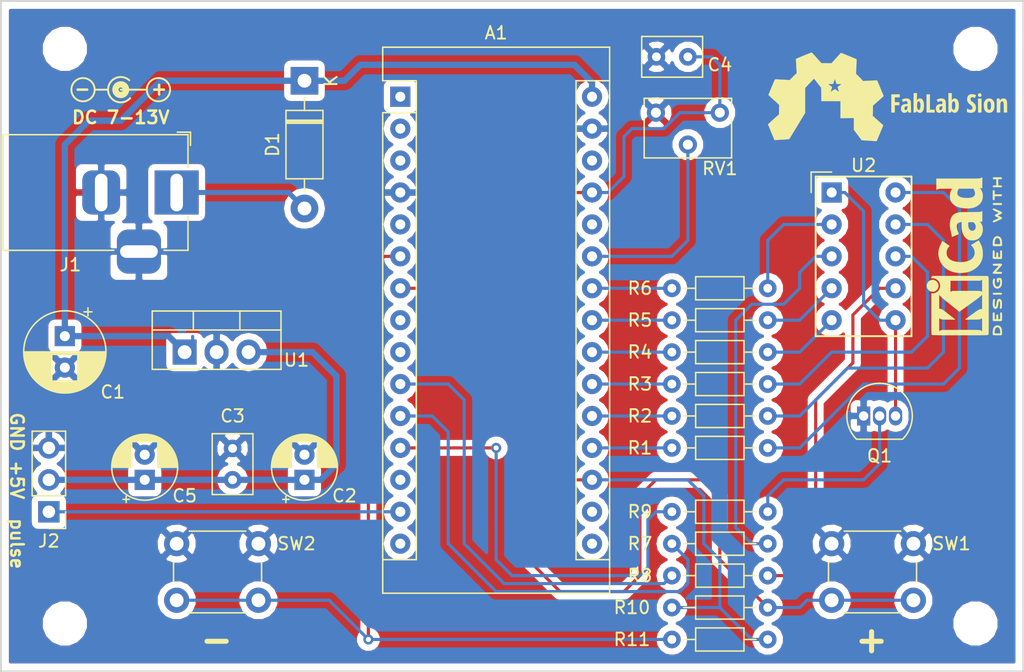
<source format=kicad_pcb>
(kicad_pcb (version 20171130) (host pcbnew "(5.0.1-3-g963ef8bb5)")
  (layers (0 F.Cu signal hide) (31 B.Cu signal) (34 B.Paste user) (35 F.Paste user) (36 B.SilkS user) (37 F.SilkS user) (38 B.Mask user) (39 F.Mask user) (44 Edge.Cuts user))
  (net 0 "")
  (net 1 GNDD)
  (net 2 "Net-(D1-Pad2)")
  (net 3 "Net-(A1-Pad14)")
  (net 4 "Net-(A1-Pad19)")
  (net 5 "Net-(R1-Pad1)")
  (net 6 "Net-(R2-Pad1)")
  (net 7 "Net-(A1-Pad20)")
  (net 8 "Net-(A1-Pad21)")
  (net 9 "Net-(R3-Pad1)")
  (net 10 "Net-(R4-Pad1)")
  (net 11 "Net-(A1-Pad22)")
  (net 12 "Net-(A1-Pad23)")
  (net 13 "Net-(R5-Pad1)")
  (net 14 "Net-(R6-Pad1)")
  (net 15 "Net-(A1-Pad24)")
  (net 16 "Net-(A1-Pad11)")
  (net 17 "Net-(R7-Pad1)")
  (net 18 "Net-(R8-Pad1)")
  (net 19 "Net-(A1-Pad10)")
  (net 20 "Net-(A1-Pad12)")
  (net 21 "Net-(Q1-Pad2)")
  (net 22 "Net-(A1-Pad18)")
  (net 23 "Net-(A1-Pad25)")
  (net 24 "Net-(A1-Pad7)")
  (net 25 "Net-(A1-Pad6)")
  (net 26 "Net-(A1-Pad1)")
  (net 27 "Net-(A1-Pad17)")
  (net 28 "Net-(A1-Pad2)")
  (net 29 "Net-(A1-Pad3)")
  (net 30 "Net-(A1-Pad5)")
  (net 31 "Net-(A1-Pad8)")
  (net 32 "Net-(A1-Pad9)")
  (net 33 "Net-(A1-Pad26)")
  (net 34 "Net-(A1-Pad28)")
  (net 35 "Net-(A1-Pad13)")
  (net 36 "Net-(A1-Pad15)")
  (net 37 "Net-(A1-Pad16)")
  (net 38 "Net-(Q1-Pad3)")
  (net 39 /10V)
  (net 40 +5V)
  (module Connector_BarrelJack:BarrelJack_Horizontal (layer F.Cu) (at 99.06 87.63)
    (fp_text reference J1 (at -8.45 5.75) (layer F.SilkS))
    (fp_text value Barrel_Jack_Switch)
    (pad 1 thru_hole rect (at 0 0) (size 3.5 3.5) (drill oval 1 3) (layers *.Cu *.Mask) (net 2 "Net-(D1-Pad2)"))
    (pad 2 thru_hole roundrect (at -6 0) (size 3 3.5) (drill oval 1 3) (layers *.Cu *.Mask) (net 1 GNDD))
    (pad 3 thru_hole roundrect (at -3 4.7) (size 3.5 3.5) (drill oval 3 1) (layers *.Cu *.Mask) (net 1 GNDD))
  )
  (module Button_Switch_THT:SW_PUSH_6mm (layer F.Cu) (at 99.06 115.57)
    (fp_text reference SW2 (at 9.525 0) (layer F.SilkS))
    (fp_text value SW_Push)
    (pad 1 thru_hole circle (at 6.5 0 90) (size 2 2) (drill 1.1) (layers *.Cu *.Mask) (net 1 GNDD))
    (pad 2 thru_hole circle (at 6.5 4.5 90) (size 2 2) (drill 1.1) (layers *.Cu *.Mask) (net 25 "Net-(A1-Pad6)"))
    (pad 1 thru_hole circle (at 0 0 90) (size 2 2) (drill 1.1) (layers *.Cu *.Mask) (net 1 GNDD))
    (pad 2 thru_hole circle (at 0 4.5 90) (size 2 2) (drill 1.1) (layers *.Cu *.Mask) (net 25 "Net-(A1-Pad6)"))
  )
  (module Module:Arduino_Nano (layer F.Cu) (at 116.84 80.01)
    (fp_text reference A1 (at 7.62 -5.08) (layer F.SilkS))
    (fp_text value Arduino_Nano_v3.x)
    (pad 1 thru_hole rect (at 0 0) (size 1.6 1.6) (drill 0.8) (layers *.Cu *.Mask) (net 26 "Net-(A1-Pad1)"))
    (pad 17 thru_hole oval (at 15.24 33.02) (size 1.6 1.6) (drill 0.8) (layers *.Cu *.Mask) (net 27 "Net-(A1-Pad17)"))
    (pad 2 thru_hole oval (at 0 2.54) (size 1.6 1.6) (drill 0.8) (layers *.Cu *.Mask) (net 28 "Net-(A1-Pad2)"))
    (pad 18 thru_hole oval (at 15.24 30.48) (size 1.6 1.6) (drill 0.8) (layers *.Cu *.Mask) (net 22 "Net-(A1-Pad18)"))
    (pad 3 thru_hole oval (at 0 5.08) (size 1.6 1.6) (drill 0.8) (layers *.Cu *.Mask) (net 29 "Net-(A1-Pad3)"))
    (pad 19 thru_hole oval (at 15.24 27.94) (size 1.6 1.6) (drill 0.8) (layers *.Cu *.Mask) (net 4 "Net-(A1-Pad19)"))
    (pad 4 thru_hole oval (at 0 7.62) (size 1.6 1.6) (drill 0.8) (layers *.Cu *.Mask) (net 1 GNDD))
    (pad 20 thru_hole oval (at 15.24 25.4) (size 1.6 1.6) (drill 0.8) (layers *.Cu *.Mask) (net 7 "Net-(A1-Pad20)"))
    (pad 5 thru_hole oval (at 0 10.16) (size 1.6 1.6) (drill 0.8) (layers *.Cu *.Mask) (net 30 "Net-(A1-Pad5)"))
    (pad 21 thru_hole oval (at 15.24 22.86) (size 1.6 1.6) (drill 0.8) (layers *.Cu *.Mask) (net 8 "Net-(A1-Pad21)"))
    (pad 6 thru_hole oval (at 0 12.7) (size 1.6 1.6) (drill 0.8) (layers *.Cu *.Mask) (net 25 "Net-(A1-Pad6)"))
    (pad 22 thru_hole oval (at 15.24 20.32) (size 1.6 1.6) (drill 0.8) (layers *.Cu *.Mask) (net 11 "Net-(A1-Pad22)"))
    (pad 7 thru_hole oval (at 0 15.24) (size 1.6 1.6) (drill 0.8) (layers *.Cu *.Mask) (net 24 "Net-(A1-Pad7)"))
    (pad 23 thru_hole oval (at 15.24 17.78) (size 1.6 1.6) (drill 0.8) (layers *.Cu *.Mask) (net 12 "Net-(A1-Pad23)"))
    (pad 8 thru_hole oval (at 0 17.78) (size 1.6 1.6) (drill 0.8) (layers *.Cu *.Mask) (net 31 "Net-(A1-Pad8)"))
    (pad 24 thru_hole oval (at 15.24 15.24) (size 1.6 1.6) (drill 0.8) (layers *.Cu *.Mask) (net 15 "Net-(A1-Pad24)"))
    (pad 9 thru_hole oval (at 0 20.32) (size 1.6 1.6) (drill 0.8) (layers *.Cu *.Mask) (net 32 "Net-(A1-Pad9)"))
    (pad 25 thru_hole oval (at 15.24 12.7) (size 1.6 1.6) (drill 0.8) (layers *.Cu *.Mask) (net 23 "Net-(A1-Pad25)"))
    (pad 10 thru_hole oval (at 0 22.86) (size 1.6 1.6) (drill 0.8) (layers *.Cu *.Mask) (net 19 "Net-(A1-Pad10)"))
    (pad 26 thru_hole oval (at 15.24 10.16) (size 1.6 1.6) (drill 0.8) (layers *.Cu *.Mask) (net 33 "Net-(A1-Pad26)"))
    (pad 11 thru_hole oval (at 0 25.4) (size 1.6 1.6) (drill 0.8) (layers *.Cu *.Mask) (net 16 "Net-(A1-Pad11)"))
    (pad 27 thru_hole oval (at 15.24 7.62) (size 1.6 1.6) (drill 0.8) (layers *.Cu *.Mask) (net 22 "Net-(A1-Pad18)"))
    (pad 12 thru_hole oval (at 0 27.94) (size 1.6 1.6) (drill 0.8) (layers *.Cu *.Mask) (net 20 "Net-(A1-Pad12)"))
    (pad 28 thru_hole oval (at 15.24 5.08) (size 1.6 1.6) (drill 0.8) (layers *.Cu *.Mask) (net 34 "Net-(A1-Pad28)"))
    (pad 13 thru_hole oval (at 0 30.48) (size 1.6 1.6) (drill 0.8) (layers *.Cu *.Mask) (net 35 "Net-(A1-Pad13)"))
    (pad 29 thru_hole oval (at 15.24 2.54) (size 1.6 1.6) (drill 0.8) (layers *.Cu *.Mask) (net 1 GNDD))
    (pad 14 thru_hole oval (at 0 33.02) (size 1.6 1.6) (drill 0.8) (layers *.Cu *.Mask) (net 3 "Net-(A1-Pad14)"))
    (pad 30 thru_hole oval (at 15.24 0) (size 1.6 1.6) (drill 0.8) (layers *.Cu *.Mask) (net 39 /10V))
    (pad 15 thru_hole oval (at 0 35.56) (size 1.6 1.6) (drill 0.8) (layers *.Cu *.Mask) (net 36 "Net-(A1-Pad15)"))
    (pad 16 thru_hole oval (at 15.24 35.56) (size 1.6 1.6) (drill 0.8) (layers *.Cu *.Mask) (net 37 "Net-(A1-Pad16)"))
  )
  (module Diode_THT:D_DO-41_SOD81_P10.16mm_Horizontal (layer F.Cu) (at 109.22 78.74 270)
    (fp_text reference D1 (at 5.08 2.54 270) (layer F.SilkS))
    (fp_text value 1N5818)
    (fp_text user K (at 0 -2.1 270) (layer F.SilkS))
    (pad 1 thru_hole rect (at 0 0 270) (size 2.2 2.2) (drill 1.1) (layers *.Cu *.Mask) (net 39 /10V))
    (pad 2 thru_hole oval (at 10.16 0 270) (size 2.2 2.2) (drill 1.1) (layers *.Cu *.Mask) (net 2 "Net-(D1-Pad2)"))
  )
  (module Package_TO_SOT_THT:TO-92_Inline (layer F.Cu) (at 153.67 105.41)
    (fp_text reference Q1 (at 1.27 3.175) (layer F.SilkS))
    (fp_text value 2N3904)
    (pad 2 thru_hole oval (at 1.27 0) (size 1.05 1.5) (drill 0.75) (layers *.Cu *.Mask) (net 21 "Net-(Q1-Pad2)"))
    (pad 3 thru_hole oval (at 2.54 0) (size 1.05 1.5) (drill 0.75) (layers *.Cu *.Mask) (net 38 "Net-(Q1-Pad3)"))
    (pad 1 thru_hole rect (at 0 0) (size 1.05 1.5) (drill 0.75) (layers *.Cu *.Mask) (net 1 GNDD))
  )
  (module Package_TO_SOT_THT:TO-220-3_Vertical (layer F.Cu) (at 99.695 100.33)
    (fp_text reference U1 (at 8.89 0.635) (layer F.SilkS))
    (fp_text value LM7805_TO220)
    (pad 1 thru_hole rect (at 0 0) (size 1.905 2) (drill 1.1) (layers *.Cu *.Mask) (net 39 /10V))
    (pad 2 thru_hole oval (at 2.54 0) (size 1.905 2) (drill 1.1) (layers *.Cu *.Mask) (net 1 GNDD))
    (pad 3 thru_hole oval (at 5.08 0) (size 1.905 2) (drill 1.1) (layers *.Cu *.Mask) (net 40 +5V))
  )
  (module Display_7Segment:HDSP-7801 (layer F.Cu) (at 151.13 87.63)
    (fp_text reference U2 (at 2.54 -2.159) (layer F.SilkS))
    (fp_text value HDSP-7803)
    (pad 1 thru_hole rect (at 0 0) (size 1.6 1.6) (drill 0.8) (layers *.Cu *.Mask) (net 38 "Net-(Q1-Pad3)"))
    (pad 2 thru_hole circle (at 0 2.54) (size 1.6 1.6) (drill 0.8) (layers *.Cu *.Mask) (net 14 "Net-(R6-Pad1)"))
    (pad 3 thru_hole circle (at 0 5.08) (size 1.6 1.6) (drill 0.8) (layers *.Cu *.Mask) (net 17 "Net-(R7-Pad1)"))
    (pad 4 thru_hole circle (at 0 7.62) (size 1.6 1.6) (drill 0.8) (layers *.Cu *.Mask) (net 13 "Net-(R5-Pad1)"))
    (pad 5 thru_hole circle (at 0 10.16) (size 1.6 1.6) (drill 0.8) (layers *.Cu *.Mask) (net 10 "Net-(R4-Pad1)"))
    (pad 6 thru_hole circle (at 5.08 10.16) (size 1.6 1.6) (drill 0.8) (layers *.Cu *.Mask) (net 38 "Net-(Q1-Pad3)"))
    (pad 7 thru_hole circle (at 5.08 7.62) (size 1.6 1.6) (drill 0.8) (layers *.Cu *.Mask) (net 18 "Net-(R8-Pad1)"))
    (pad 8 thru_hole circle (at 5.08 5.08) (size 1.6 1.6) (drill 0.8) (layers *.Cu *.Mask) (net 9 "Net-(R3-Pad1)"))
    (pad 9 thru_hole circle (at 5.08 2.54) (size 1.6 1.6) (drill 0.8) (layers *.Cu *.Mask) (net 6 "Net-(R2-Pad1)"))
    (pad 10 thru_hole circle (at 5.08 0) (size 1.6 1.6) (drill 0.8) (layers *.Cu *.Mask) (net 5 "Net-(R1-Pad1)"))
  )
  (module Resistor_THT:R_Axial_DIN0204_L3.6mm_D1.6mm_P7.62mm_Horizontal (layer F.Cu) (at 138.43 120.65)
    (fp_text reference R10 (at -3.175 0) (layer F.SilkS))
    (fp_text value R)
    (pad 1 thru_hole circle (at 0 0) (size 1.4 1.4) (drill 0.7) (layers *.Cu *.Mask) (net 22 "Net-(A1-Pad18)"))
    (pad 2 thru_hole oval (at 7.62 0) (size 1.4 1.4) (drill 0.7) (layers *.Cu *.Mask) (net 24 "Net-(A1-Pad7)"))
  )
  (module Resistor_THT:R_Axial_DIN0204_L3.6mm_D1.6mm_P7.62mm_Horizontal (layer F.Cu) (at 146.05 123.19 180)
    (fp_text reference R11 (at 10.795 0 180) (layer F.SilkS))
    (fp_text value R)
    (pad 2 thru_hole oval (at 7.62 0 180) (size 1.4 1.4) (drill 0.7) (layers *.Cu *.Mask) (net 25 "Net-(A1-Pad6)"))
    (pad 1 thru_hole circle (at 0 0 180) (size 1.4 1.4) (drill 0.7) (layers *.Cu *.Mask) (net 22 "Net-(A1-Pad18)"))
  )
  (module Mounting_Holes:MountingHole_2.5mm (layer F.Cu) (at 90.17 76.2)
    (fp_text reference H1 hide)
    (fp_text value MountingHole)
    (pad 1 np_thru_hole circle (at 0 0) (size 2.5 2.5) (drill 2.5) (layers *.Cu *.Mask))
  )
  (module Mounting_Holes:MountingHole_2.5mm (layer F.Cu) (at 162.56 76.2)
    (fp_text reference H2 hide)
    (fp_text value MountingHole)
    (pad 1 np_thru_hole circle (at 0 0) (size 2.5 2.5) (drill 2.5) (layers *.Cu *.Mask))
  )
  (module Mounting_Holes:MountingHole_2.5mm (layer F.Cu) (at 90.17 121.92)
    (fp_text reference H3 hide)
    (fp_text value MountingHole)
    (pad 1 np_thru_hole circle (at 0 0) (size 2.5 2.5) (drill 2.5) (layers *.Cu *.Mask))
  )
  (module Mounting_Holes:MountingHole_2.5mm (layer F.Cu) (at 162.56 121.92)
    (fp_text reference H4 hide)
    (fp_text value MountingHole)
    (pad 1 np_thru_hole circle (at 0 0) (size 2.5 2.5) (drill 2.5) (layers *.Cu *.Mask))
  )
  (module Resistor_THT:R_Axial_DIN0204_L3.6mm_D1.6mm_P7.62mm_Horizontal (layer F.Cu) (at 146.05 107.95 180)
    (fp_text reference R1 (at 10.16 0 180) (layer F.SilkS))
    (fp_text value 200)
    (pad 1 thru_hole circle (at 0 0 180) (size 1.4 1.4) (drill 0.7) (layers *.Cu *.Mask) (net 5 "Net-(R1-Pad1)"))
    (pad 2 thru_hole oval (at 7.62 0 180) (size 1.4 1.4) (drill 0.7) (layers *.Cu *.Mask) (net 4 "Net-(A1-Pad19)"))
  )
  (module Resistor_THT:R_Axial_DIN0204_L3.6mm_D1.6mm_P7.62mm_Horizontal (layer F.Cu) (at 146.05 105.41 180)
    (fp_text reference R2 (at 10.16 0 180) (layer F.SilkS))
    (fp_text value 200)
    (pad 2 thru_hole oval (at 7.62 0 180) (size 1.4 1.4) (drill 0.7) (layers *.Cu *.Mask) (net 7 "Net-(A1-Pad20)"))
    (pad 1 thru_hole circle (at 0 0 180) (size 1.4 1.4) (drill 0.7) (layers *.Cu *.Mask) (net 6 "Net-(R2-Pad1)"))
  )
  (module Resistor_THT:R_Axial_DIN0204_L3.6mm_D1.6mm_P7.62mm_Horizontal (layer F.Cu) (at 146.05 102.87 180)
    (fp_text reference R3 (at 10.16 0 180) (layer F.SilkS))
    (fp_text value 200)
    (pad 1 thru_hole circle (at 0 0 180) (size 1.4 1.4) (drill 0.7) (layers *.Cu *.Mask) (net 9 "Net-(R3-Pad1)"))
    (pad 2 thru_hole oval (at 7.62 0 180) (size 1.4 1.4) (drill 0.7) (layers *.Cu *.Mask) (net 8 "Net-(A1-Pad21)"))
  )
  (module Resistor_THT:R_Axial_DIN0204_L3.6mm_D1.6mm_P7.62mm_Horizontal (layer F.Cu) (at 146.05 100.33 180)
    (fp_text reference R4 (at 10.16 0 180) (layer F.SilkS))
    (fp_text value 200)
    (pad 2 thru_hole oval (at 7.62 0 180) (size 1.4 1.4) (drill 0.7) (layers *.Cu *.Mask) (net 11 "Net-(A1-Pad22)"))
    (pad 1 thru_hole circle (at 0 0 180) (size 1.4 1.4) (drill 0.7) (layers *.Cu *.Mask) (net 10 "Net-(R4-Pad1)"))
  )
  (module Resistor_THT:R_Axial_DIN0204_L3.6mm_D1.6mm_P7.62mm_Horizontal (layer F.Cu) (at 146.05 97.79 180)
    (fp_text reference R5 (at 10.16 0 180) (layer F.SilkS))
    (fp_text value 200)
    (pad 1 thru_hole circle (at 0 0 180) (size 1.4 1.4) (drill 0.7) (layers *.Cu *.Mask) (net 13 "Net-(R5-Pad1)"))
    (pad 2 thru_hole oval (at 7.62 0 180) (size 1.4 1.4) (drill 0.7) (layers *.Cu *.Mask) (net 12 "Net-(A1-Pad23)"))
  )
  (module Resistor_THT:R_Axial_DIN0204_L3.6mm_D1.6mm_P7.62mm_Horizontal (layer F.Cu) (at 146.05 95.25 180)
    (fp_text reference R6 (at 10.16 0 180) (layer F.SilkS))
    (fp_text value 200)
    (pad 2 thru_hole oval (at 7.62 0 180) (size 1.4 1.4) (drill 0.7) (layers *.Cu *.Mask) (net 15 "Net-(A1-Pad24)"))
    (pad 1 thru_hole circle (at 0 0 180) (size 1.4 1.4) (drill 0.7) (layers *.Cu *.Mask) (net 14 "Net-(R6-Pad1)"))
  )
  (module Resistor_THT:R_Axial_DIN0204_L3.6mm_D1.6mm_P7.62mm_Horizontal (layer F.Cu) (at 146.05 115.57 180)
    (fp_text reference R7 (at 10.16 0 180) (layer F.SilkS))
    (fp_text value 200)
    (pad 1 thru_hole circle (at 0 0 180) (size 1.4 1.4) (drill 0.7) (layers *.Cu *.Mask) (net 17 "Net-(R7-Pad1)"))
    (pad 2 thru_hole oval (at 7.62 0 180) (size 1.4 1.4) (drill 0.7) (layers *.Cu *.Mask) (net 16 "Net-(A1-Pad11)"))
  )
  (module Resistor_THT:R_Axial_DIN0204_L3.6mm_D1.6mm_P7.62mm_Horizontal (layer F.Cu) (at 146.05 118.11 180)
    (fp_text reference R8 (at 10.16 0 180) (layer F.SilkS))
    (fp_text value 200)
    (pad 2 thru_hole oval (at 7.62 0 180) (size 1.4 1.4) (drill 0.7) (layers *.Cu *.Mask) (net 19 "Net-(A1-Pad10)"))
    (pad 1 thru_hole circle (at 0 0 180) (size 1.4 1.4) (drill 0.7) (layers *.Cu *.Mask) (net 18 "Net-(R8-Pad1)"))
  )
  (module Resistor_THT:R_Axial_DIN0204_L3.6mm_D1.6mm_P7.62mm_Horizontal (layer F.Cu) (at 146.05 113.03 180)
    (fp_text reference R9 (at 10.16 0 180) (layer F.SilkS))
    (fp_text value 1k)
    (pad 1 thru_hole circle (at 0 0 180) (size 1.4 1.4) (drill 0.7) (layers *.Cu *.Mask) (net 21 "Net-(Q1-Pad2)"))
    (pad 2 thru_hole oval (at 7.62 0 180) (size 1.4 1.4) (drill 0.7) (layers *.Cu *.Mask) (net 20 "Net-(A1-Pad12)"))
  )
  (module Button_Switch_THT:SW_PUSH_6mm (layer F.Cu) (at 151.13 115.57)
    (fp_text reference SW1 (at 9.525 0) (layer F.SilkS))
    (fp_text value SW_Push)
    (pad 2 thru_hole circle (at 0 4.5 90) (size 2 2) (drill 1.1) (layers *.Cu *.Mask) (net 24 "Net-(A1-Pad7)"))
    (pad 1 thru_hole circle (at 0 0 90) (size 2 2) (drill 1.1) (layers *.Cu *.Mask) (net 1 GNDD))
    (pad 2 thru_hole circle (at 6.5 4.5 90) (size 2 2) (drill 1.1) (layers *.Cu *.Mask) (net 24 "Net-(A1-Pad7)"))
    (pad 1 thru_hole circle (at 6.5 0 90) (size 2 2) (drill 1.1) (layers *.Cu *.Mask) (net 1 GNDD))
  )
  (module Connector_PinHeader_2.54mm:PinHeader_1x03_P2.54mm_Vertical (layer F.Cu) (at 88.9 113.03 180)
    (fp_text reference J2 (at 0 -2.33 180) (layer F.SilkS))
    (fp_text value Conn_01x03_Male)
    (pad 1 thru_hole rect (at 0 0 180) (size 1.7 1.7) (drill 1) (layers *.Cu *.Mask) (net 3 "Net-(A1-Pad14)"))
    (pad 2 thru_hole oval (at 0 2.54 180) (size 1.7 1.7) (drill 1) (layers *.Cu *.Mask) (net 40 +5V))
    (pad 3 thru_hole oval (at 0 5.08 180) (size 1.7 1.7) (drill 1) (layers *.Cu *.Mask) (net 1 GNDD))
  )
  (module Potentiometer_THT:Potentiometer_Bourns_3266W_Vertical (layer F.Cu) (at 142.24 81.28)
    (fp_text reference RV1 (at 0 4.445) (layer F.SilkS))
    (fp_text value R_POT)
    (pad 1 thru_hole circle (at 0 0) (size 1.44 1.44) (drill 0.8) (layers *.Cu *.Mask) (net 22 "Net-(A1-Pad18)"))
    (pad 2 thru_hole circle (at -2.54 2.54) (size 1.44 1.44) (drill 0.8) (layers *.Cu *.Mask) (net 23 "Net-(A1-Pad25)"))
    (pad 3 thru_hole circle (at -5.08 0) (size 1.44 1.44) (drill 0.8) (layers *.Cu *.Mask) (net 1 GNDD))
  )
  (module Capacitor_THT:CP_Radial_D6.3mm_P2.50mm (layer F.Cu) (at 90.17 99.06 270)
    (fp_text reference C1 (at 4.445 -3.81) (layer F.SilkS))
    (fp_text value 100u)
    (pad 1 thru_hole rect (at 0 0 270) (size 1.6 1.6) (drill 0.8) (layers *.Cu *.Mask) (net 39 /10V))
    (pad 2 thru_hole circle (at 2.5 0 270) (size 1.6 1.6) (drill 0.8) (layers *.Cu *.Mask) (net 1 GNDD))
  )
  (module Capacitor_THT:CP_Radial_D5.0mm_P2.00mm (layer F.Cu) (at 109.22 110.49 90)
    (fp_text reference C2 (at -1.27 3.175 180) (layer F.SilkS))
    (fp_text value 10u)
    (pad 1 thru_hole rect (at 0 0 90) (size 1.6 1.6) (drill 0.8) (layers *.Cu *.Mask) (net 40 +5V))
    (pad 2 thru_hole circle (at 2 0 90) (size 1.6 1.6) (drill 0.8) (layers *.Cu *.Mask) (net 1 GNDD))
  )
  (module Capacitor_THT:C_Rect_L4.6mm_W3.0mm_P2.50mm_MKS02_FKP02 (layer F.Cu) (at 103.505 110.49 90)
    (fp_text reference C3 (at 5.08 0 180) (layer F.SilkS))
    (fp_text value 100n)
    (pad 1 thru_hole circle (at 0 0 90) (size 1.4 1.4) (drill 0.7) (layers *.Cu *.Mask) (net 40 +5V))
    (pad 2 thru_hole circle (at 2.5 0 90) (size 1.4 1.4) (drill 0.7) (layers *.Cu *.Mask) (net 1 GNDD))
  )
  (module Capacitor_THT:C_Rect_L4.6mm_W3.0mm_P2.50mm_MKS02_FKP02 (layer F.Cu) (at 139.7 76.835 180)
    (fp_text reference C4 (at -2.54 -0.635 180) (layer F.SilkS))
    (fp_text value 100n)
    (pad 2 thru_hole circle (at 2.5 0 180) (size 1.4 1.4) (drill 0.7) (layers *.Cu *.Mask) (net 1 GNDD))
    (pad 1 thru_hole circle (at 0 0 180) (size 1.4 1.4) (drill 0.7) (layers *.Cu *.Mask) (net 22 "Net-(A1-Pad18)"))
  )
  (module Capacitor_THT:CP_Radial_D5.0mm_P2.00mm (layer F.Cu) (at 96.52 110.49 90)
    (fp_text reference C5 (at -1.27 3.175 180) (layer F.SilkS))
    (fp_text value 47u)
    (pad 2 thru_hole circle (at 2 0 90) (size 1.6 1.6) (drill 0.8) (layers *.Cu *.Mask) (net 1 GNDD))
    (pad 1 thru_hole rect (at 0 0 90) (size 1.6 1.6) (drill 0.8) (layers *.Cu *.Mask) (net 40 +5V))
  )
  (module Digipict:logo_fablabsion (layer F.Cu) (at 155.575 80.01)
    (fp_text reference G*** hide)
    (fp_text value LOGO hide)
  )
  (module Symbols:Symbol_Barrel_Polarity (layer F.Cu) (at 94.615 79.375)
    (fp_text reference REF** hide)
    (fp_text value Symbol_Barrel_Polarity)
  )
  (module Symbols:KiCad-Logo2_6mm_SilkScreen (layer F.Cu) (at 161.671 92.71 90)
    (fp_text reference REF*** hide)
    (fp_text value KiCad-Logo2_6mm_SilkScreen hide)
  )
  (gr_text "DC 7-13V" (at 94.615 81.661) (layer F.SilkS) (effects (font (size 1 1) (thickness 0.2))))
  (gr_text - (at 91.567 79.375) (layer F.SilkS) (effects (font (size 1 1) (thickness 0.2))))
  (gr_text + (at 97.663 79.375) (layer F.SilkS) (effects (font (size 1 1) (thickness 0.2))))
  (gr_text + (at 154.305 123.19) (layer F.SilkS) (effects (font (size 2 2) (thickness 0.4))))
  (gr_text - (at 102.235 123.19) (layer F.SilkS) (effects (font (size 2 2) (thickness 0.4))))
  (gr_text pulse (at 86.36 115.57 270) (layer F.SilkS) (effects (font (size 1 1) (thickness 0.2))))
  (gr_text +5V (at 86.36 110.49 270) (layer F.SilkS) (effects (font (size 1 1) (thickness 0.2))))
  (gr_text "GND\n" (at 86.36 106.68 270) (layer F.SilkS) (effects (font (size 1 1) (thickness 0.2))))
  (gr_line (start 166.37 72.39) (end 85.09 72.39) (layer Edge.Cuts) (width 0.15))
  (gr_line (start 166.37 125.73) (end 166.37 72.39) (layer Edge.Cuts) (width 0.15))
  (gr_line (start 85.09 125.73) (end 166.37 125.73) (layer Edge.Cuts) (width 0.15))
  (gr_line (start 85.09 72.39) (end 85.09 125.73) (layer Edge.Cuts) (width 0.15))
  (segment (start 96.06 90.33) (end 96.06 92.33) (width 0.25) (layer B.Cu) (net 1))
  (segment (start 96.06 92.33) (end 98.06 92.33) (width 0.25) (layer B.Cu) (net 1))
  (segment (start 116.84 87.63) (end 120.65 87.63) (width 0.25) (layer B.Cu) (net 1))
  (segment (start 125.73 82.55) (end 132.08 82.55) (width 0.25) (layer B.Cu) (net 1))
  (segment (start 120.65 87.63) (end 125.73 82.55) (width 0.25) (layer B.Cu) (net 1))
  (segment (start 107.95 87.63) (end 109.22 88.9) (width 0.4) (layer B.Cu) (net 2))
  (segment (start 99.06 87.63) (end 107.95 87.63) (width 0.4) (layer B.Cu) (net 2))
  (segment (start 114.3 113.03) (end 116.84 113.03) (width 0.25) (layer B.Cu) (net 3))
  (segment (start 114.3 113.03) (end 88.9 113.03) (width 0.25) (layer B.Cu) (net 3))
  (segment (start 132.08 107.95) (end 138.43 107.95) (width 0.25) (layer B.Cu) (net 4))
  (segment (start 146.05 107.95) (end 148.59 107.95) (width 0.25) (layer B.Cu) (net 5))
  (segment (start 148.59 107.95) (end 153.67 102.87) (width 0.25) (layer B.Cu) (net 5))
  (segment (start 153.67 102.87) (end 160.02 102.87) (width 0.25) (layer B.Cu) (net 5))
  (segment (start 160.02 102.87) (end 161.29 101.6) (width 0.25) (layer B.Cu) (net 5))
  (segment (start 161.29 101.6) (end 161.29 88.9) (width 0.25) (layer B.Cu) (net 5))
  (segment (start 161.29 88.9) (end 160.02 87.63) (width 0.25) (layer B.Cu) (net 5))
  (segment (start 160.02 87.63) (end 156.21 87.63) (width 0.25) (layer B.Cu) (net 5))
  (segment (start 146.05 105.41) (end 148.59 105.41) (width 0.25) (layer B.Cu) (net 6))
  (segment (start 148.59 105.41) (end 152.4 101.6) (width 0.25) (layer B.Cu) (net 6))
  (segment (start 152.4 101.6) (end 158.75 101.6) (width 0.25) (layer B.Cu) (net 6))
  (segment (start 158.75 101.6) (end 160.02 100.33) (width 0.25) (layer B.Cu) (net 6))
  (segment (start 160.02 100.33) (end 160.02 91.44) (width 0.25) (layer B.Cu) (net 6))
  (segment (start 160.02 91.44) (end 158.75 90.17) (width 0.25) (layer B.Cu) (net 6))
  (segment (start 158.75 90.17) (end 156.21 90.17) (width 0.25) (layer B.Cu) (net 6))
  (segment (start 132.08 105.41) (end 138.43 105.41) (width 0.25) (layer B.Cu) (net 7))
  (segment (start 132.08 102.87) (end 138.43 102.87) (width 0.25) (layer B.Cu) (net 8))
  (segment (start 157.48 92.71) (end 156.21 92.71) (width 0.25) (layer B.Cu) (net 9))
  (segment (start 158.75 93.98) (end 157.48 92.71) (width 0.25) (layer B.Cu) (net 9))
  (segment (start 157.48 100.33) (end 158.75 99.06) (width 0.25) (layer B.Cu) (net 9))
  (segment (start 151.13 100.33) (end 157.48 100.33) (width 0.25) (layer B.Cu) (net 9))
  (segment (start 148.59 102.87) (end 151.13 100.33) (width 0.25) (layer B.Cu) (net 9))
  (segment (start 158.75 99.06) (end 158.75 93.98) (width 0.25) (layer B.Cu) (net 9))
  (segment (start 146.05 102.87) (end 148.59 102.87) (width 0.25) (layer B.Cu) (net 9))
  (segment (start 146.05 100.33) (end 148.59 100.33) (width 0.25) (layer B.Cu) (net 10))
  (segment (start 148.59 100.33) (end 149.86 99.06) (width 0.25) (layer B.Cu) (net 10))
  (segment (start 149.86 99.06) (end 151.13 97.79) (width 0.25) (layer B.Cu) (net 10))
  (segment (start 132.08 100.33) (end 138.43 100.33) (width 0.25) (layer B.Cu) (net 11))
  (segment (start 132.08 97.79) (end 138.43 97.79) (width 0.25) (layer B.Cu) (net 12))
  (segment (start 146.05 97.79) (end 148.59 97.79) (width 0.25) (layer B.Cu) (net 13))
  (segment (start 148.59 97.79) (end 151.13 95.25) (width 0.25) (layer B.Cu) (net 13))
  (segment (start 151.13 90.17) (end 147.32 90.17) (width 0.25) (layer B.Cu) (net 14))
  (segment (start 146.05 91.44) (end 146.05 95.25) (width 0.25) (layer B.Cu) (net 14))
  (segment (start 147.32 90.17) (end 146.05 91.44) (width 0.25) (layer B.Cu) (net 14))
  (segment (start 132.08 95.25) (end 138.43 95.25) (width 0.25) (layer B.Cu) (net 15))
  (segment (start 120.65 115.57) (end 120.65 106.68) (width 0.25) (layer B.Cu) (net 16))
  (segment (start 124.46 119.38) (end 120.65 115.57) (width 0.25) (layer B.Cu) (net 16))
  (segment (start 120.65 106.68) (end 119.38 105.41) (width 0.25) (layer B.Cu) (net 16))
  (segment (start 119.38 105.41) (end 116.84 105.41) (width 0.25) (layer B.Cu) (net 16))
  (segment (start 139.065 119.38) (end 139.7 118.745) (width 0.25) (layer B.Cu) (net 16))
  (segment (start 139.065 119.38) (end 124.46 119.38) (width 0.25) (layer B.Cu) (net 16))
  (segment (start 139.7 118.745) (end 139.7 116.84) (width 0.25) (layer B.Cu) (net 16))
  (segment (start 139.7 116.84) (end 138.43 115.57) (width 0.25) (layer B.Cu) (net 16))
  (segment (start 151.13 92.71) (end 149.86 92.71) (width 0.25) (layer B.Cu) (net 17))
  (segment (start 149.86 92.71) (end 148.59 93.98) (width 0.25) (layer B.Cu) (net 17))
  (segment (start 148.59 93.98) (end 148.59 95.25) (width 0.25) (layer B.Cu) (net 17))
  (segment (start 148.59 95.25) (end 147.32 96.52) (width 0.25) (layer B.Cu) (net 17))
  (segment (start 147.32 96.52) (end 144.78 96.52) (width 0.25) (layer B.Cu) (net 17))
  (segment (start 144.78 96.52) (end 143.51 97.79) (width 0.25) (layer B.Cu) (net 17))
  (segment (start 143.51 97.79) (end 143.51 114.3) (width 0.25) (layer B.Cu) (net 17))
  (segment (start 144.78 115.57) (end 146.05 115.57) (width 0.25) (layer B.Cu) (net 17))
  (segment (start 143.51 114.3) (end 144.78 115.57) (width 0.25) (layer B.Cu) (net 17))
  (segment (start 147.32 118.11) (end 146.05 118.11) (width 0.25) (layer F.Cu) (net 18))
  (segment (start 148.59 116.84) (end 147.32 118.11) (width 0.25) (layer F.Cu) (net 18))
  (segment (start 149.86 113.03) (end 148.59 114.3) (width 0.25) (layer F.Cu) (net 18))
  (segment (start 148.59 114.3) (end 148.59 116.84) (width 0.25) (layer F.Cu) (net 18))
  (segment (start 154.94 95.25) (end 152.819999 97.370001) (width 0.25) (layer F.Cu) (net 18))
  (segment (start 152.819999 101.180001) (end 149.86 104.14) (width 0.25) (layer F.Cu) (net 18))
  (segment (start 152.819999 97.370001) (end 152.819999 101.180001) (width 0.25) (layer F.Cu) (net 18))
  (segment (start 149.86 104.14) (end 149.86 113.03) (width 0.25) (layer F.Cu) (net 18))
  (segment (start 156.21 95.25) (end 154.94 95.25) (width 0.25) (layer F.Cu) (net 18))
  (segment (start 120.65 102.87) (end 116.84 102.87) (width 0.25) (layer B.Cu) (net 19))
  (segment (start 121.92 104.14) (end 120.65 102.87) (width 0.25) (layer B.Cu) (net 19))
  (segment (start 125.095 118.745) (end 121.92 115.57) (width 0.25) (layer B.Cu) (net 19))
  (segment (start 121.92 115.57) (end 121.92 104.14) (width 0.25) (layer B.Cu) (net 19))
  (segment (start 137.795 118.745) (end 125.095 118.745) (width 0.25) (layer B.Cu) (net 19))
  (segment (start 138.43 118.11) (end 137.795 118.745) (width 0.25) (layer B.Cu) (net 19))
  (segment (start 138.43 113.03) (end 137.16 113.03) (width 0.25) (layer B.Cu) (net 20))
  (via (at 124.46 107.95) (size 0.8) (drill 0.4) (layers F.Cu B.Cu) (net 20))
  (segment (start 124.46 114.3) (end 124.46 107.95) (width 0.25) (layer B.Cu) (net 20))
  (segment (start 124.46 107.95) (end 116.84 107.95) (width 0.25) (layer F.Cu) (net 20))
  (segment (start 136.525 113.665) (end 136.525 117.475) (width 0.25) (layer B.Cu) (net 20))
  (segment (start 137.16 113.03) (end 136.525 113.665) (width 0.25) (layer B.Cu) (net 20))
  (segment (start 136.525 117.475) (end 135.89 118.11) (width 0.25) (layer B.Cu) (net 20))
  (segment (start 135.89 118.11) (end 125.73 118.11) (width 0.25) (layer B.Cu) (net 20))
  (segment (start 125.73 118.11) (end 124.46 116.84) (width 0.25) (layer B.Cu) (net 20))
  (segment (start 124.46 116.84) (end 124.46 114.3) (width 0.25) (layer B.Cu) (net 20))
  (segment (start 154.94 105.41) (end 154.94 109.22) (width 0.25) (layer B.Cu) (net 21))
  (segment (start 154.94 109.22) (end 153.67 110.49) (width 0.25) (layer B.Cu) (net 21))
  (segment (start 153.67 110.49) (end 147.32 110.49) (width 0.25) (layer B.Cu) (net 21))
  (segment (start 147.32 110.49) (end 146.05 111.76) (width 0.25) (layer B.Cu) (net 21))
  (segment (start 146.05 111.76) (end 146.05 113.03) (width 0.25) (layer B.Cu) (net 21))
  (segment (start 142.24 120.65) (end 144.78 123.19) (width 0.25) (layer B.Cu) (net 22))
  (segment (start 144.78 123.19) (end 146.05 123.19) (width 0.25) (layer B.Cu) (net 22))
  (segment (start 132.08 110.49) (end 130.81 110.49) (width 0.25) (layer F.Cu) (net 22))
  (segment (start 130.81 110.49) (end 129.54 109.22) (width 0.25) (layer F.Cu) (net 22))
  (segment (start 129.54 109.22) (end 129.54 88.9) (width 0.25) (layer F.Cu) (net 22))
  (segment (start 129.54 88.9) (end 130.81 87.63) (width 0.25) (layer F.Cu) (net 22))
  (segment (start 130.81 87.63) (end 132.08 87.63) (width 0.25) (layer F.Cu) (net 22))
  (segment (start 133.35 87.63) (end 132.08 87.63) (width 0.25) (layer B.Cu) (net 22))
  (segment (start 134.62 86.36) (end 133.35 87.63) (width 0.25) (layer B.Cu) (net 22))
  (segment (start 142.24 81.28) (end 139.065 81.28) (width 0.25) (layer B.Cu) (net 22))
  (segment (start 135.25641 82.55) (end 134.62 83.18641) (width 0.25) (layer B.Cu) (net 22))
  (segment (start 134.62 83.18641) (end 134.62 86.36) (width 0.25) (layer B.Cu) (net 22))
  (segment (start 137.795 82.55) (end 135.25641 82.55) (width 0.25) (layer B.Cu) (net 22))
  (segment (start 139.065 81.28) (end 137.795 82.55) (width 0.25) (layer B.Cu) (net 22))
  (segment (start 142.24 120.65) (end 138.43 120.65) (width 0.25) (layer B.Cu) (net 22))
  (segment (start 140.97 115.57) (end 142.24 116.84) (width 0.25) (layer B.Cu) (net 22))
  (segment (start 140.97 111.76) (end 140.97 115.57) (width 0.25) (layer B.Cu) (net 22))
  (segment (start 142.24 116.84) (end 142.24 120.65) (width 0.25) (layer B.Cu) (net 22))
  (segment (start 139.7 110.49) (end 140.97 111.76) (width 0.25) (layer B.Cu) (net 22))
  (segment (start 132.08 110.49) (end 139.7 110.49) (width 0.25) (layer B.Cu) (net 22))
  (segment (start 139.7 76.835) (end 141.605 76.835) (width 0.25) (layer B.Cu) (net 22))
  (segment (start 141.605 76.835) (end 142.24 77.47) (width 0.25) (layer B.Cu) (net 22))
  (segment (start 142.24 77.47) (end 142.24 81.28) (width 0.25) (layer B.Cu) (net 22))
  (segment (start 139.7 91.44) (end 139.7 83.82) (width 0.25) (layer B.Cu) (net 23))
  (segment (start 132.08 92.71) (end 138.43 92.71) (width 0.25) (layer B.Cu) (net 23))
  (segment (start 138.43 92.71) (end 139.7 91.44) (width 0.25) (layer B.Cu) (net 23))
  (segment (start 151.13 120.07) (end 157.63 120.07) (width 0.25) (layer B.Cu) (net 24))
  (segment (start 151.13 120.07) (end 149.17 120.07) (width 0.25) (layer B.Cu) (net 24))
  (segment (start 148.59 120.65) (end 146.05 120.65) (width 0.25) (layer B.Cu) (net 24))
  (segment (start 149.17 120.07) (end 148.59 120.65) (width 0.25) (layer B.Cu) (net 24))
  (segment (start 146.05 120.65) (end 144.78 119.38) (width 0.25) (layer F.Cu) (net 24))
  (segment (start 129.54 119.38) (end 127 116.84) (width 0.25) (layer F.Cu) (net 24))
  (segment (start 127 116.84) (end 127 96.52) (width 0.25) (layer F.Cu) (net 24))
  (segment (start 127 96.52) (end 125.73 95.25) (width 0.25) (layer F.Cu) (net 24))
  (segment (start 125.73 95.25) (end 116.84 95.25) (width 0.25) (layer F.Cu) (net 24))
  (segment (start 144.78 119.38) (end 142.24 116.84) (width 0.25) (layer F.Cu) (net 24))
  (segment (start 142.24 116.84) (end 142.24 111.76) (width 0.25) (layer F.Cu) (net 24))
  (segment (start 142.24 111.76) (end 140.97 110.49) (width 0.25) (layer F.Cu) (net 24))
  (segment (start 140.97 110.49) (end 137.16 110.49) (width 0.25) (layer F.Cu) (net 24))
  (segment (start 137.16 110.49) (end 135.89 111.76) (width 0.25) (layer F.Cu) (net 24))
  (segment (start 135.89 111.76) (end 135.89 118.11) (width 0.25) (layer F.Cu) (net 24))
  (segment (start 135.89 118.11) (end 134.62 119.38) (width 0.25) (layer F.Cu) (net 24))
  (segment (start 134.62 119.38) (end 129.54 119.38) (width 0.25) (layer F.Cu) (net 24))
  (segment (start 99.06 120.07) (end 105.56 120.07) (width 0.25) (layer B.Cu) (net 25))
  (segment (start 105.56 120.07) (end 111.18 120.07) (width 0.25) (layer B.Cu) (net 25))
  (segment (start 114.3 123.19) (end 138.43 123.19) (width 0.25) (layer B.Cu) (net 25))
  (segment (start 111.18 120.07) (end 114.3 123.19) (width 0.25) (layer B.Cu) (net 25))
  (segment (start 116.84 92.71) (end 115.57 92.71) (width 0.25) (layer F.Cu) (net 25))
  (segment (start 115.57 92.71) (end 114.3 93.98) (width 0.25) (layer F.Cu) (net 25))
  (segment (start 114.3 93.98) (end 114.3 123.19) (width 0.25) (layer F.Cu) (net 25))
  (via (at 114.3 123.19) (size 0.8) (drill 0.4) (layers F.Cu B.Cu) (net 25))
  (segment (start 152.18 87.63) (end 153.67 89.12) (width 0.25) (layer B.Cu) (net 38))
  (segment (start 151.13 87.63) (end 152.18 87.63) (width 0.25) (layer B.Cu) (net 38))
  (segment (start 153.67 89.12) (end 153.67 96.52) (width 0.25) (layer B.Cu) (net 38))
  (segment (start 153.67 96.52) (end 154.94 97.79) (width 0.25) (layer B.Cu) (net 38))
  (segment (start 154.94 97.79) (end 156.21 97.79) (width 0.25) (layer B.Cu) (net 38))
  (segment (start 156.21 97.79) (end 156.21 105.41) (width 0.25) (layer F.Cu) (net 38))
  (segment (start 100.33 99.08) (end 100.33 100.33) (width 0.25) (layer B.Cu) (net 39))
  (segment (start 132.08 78.87863) (end 130.67137 77.47) (width 0.5) (layer B.Cu) (net 39))
  (segment (start 132.08 80.01) (end 132.08 78.87863) (width 0.5) (layer B.Cu) (net 39))
  (segment (start 130.67137 77.47) (end 113.665 77.47) (width 0.5) (layer B.Cu) (net 39))
  (segment (start 113.665 77.47) (end 112.395 78.74) (width 0.5) (layer B.Cu) (net 39))
  (segment (start 112.395 78.74) (end 109.22 78.74) (width 0.5) (layer B.Cu) (net 39))
  (segment (start 109.22 78.74) (end 97.79 78.74) (width 0.5) (layer B.Cu) (net 39))
  (segment (start 97.79 78.74) (end 94.615 81.915) (width 0.5) (layer B.Cu) (net 39))
  (segment (start 94.615 81.915) (end 92.075 81.915) (width 0.5) (layer B.Cu) (net 39))
  (segment (start 90.17 83.82) (end 90.17 99.06) (width 0.5) (layer B.Cu) (net 39))
  (segment (start 92.075 81.915) (end 90.17 83.82) (width 0.5) (layer B.Cu) (net 39))
  (segment (start 98.425 99.06) (end 99.695 100.33) (width 0.5) (layer B.Cu) (net 39))
  (segment (start 90.17 99.06) (end 98.425 99.06) (width 0.5) (layer B.Cu) (net 39))
  (segment (start 111.76 109.25) (end 110.52 110.49) (width 0.5) (layer B.Cu) (net 40))
  (segment (start 111.76 102.235) (end 111.76 109.25) (width 0.5) (layer B.Cu) (net 40))
  (segment (start 110.52 110.49) (end 109.22 110.49) (width 0.5) (layer B.Cu) (net 40))
  (segment (start 109.855 100.33) (end 111.76 102.235) (width 0.5) (layer B.Cu) (net 40))
  (segment (start 104.775 100.33) (end 109.855 100.33) (width 0.5) (layer B.Cu) (net 40))
  (segment (start 109.22 110.49) (end 103.505 110.49) (width 0.5) (layer B.Cu) (net 40))
  (segment (start 103.505 110.49) (end 96.52 110.49) (width 0.5) (layer B.Cu) (net 40))
  (segment (start 95.22 110.49) (end 88.9 110.49) (width 0.5) (layer B.Cu) (net 40))
  (segment (start 96.52 110.49) (end 95.22 110.49) (width 0.5) (layer B.Cu) (net 40))
  (zone (net 1) (net_name GNDD) (layer B.Cu) (connect_pads (clearance 0.508)) (min_thickness 0.254) (fill yes (arc_segments 16) (thermal_gap 0.508) (thermal_bridge_width 0.508))
    (polygon (pts (xy 85.725 73.025) (xy 165.735 73.025) (xy 165.735 125.095) (xy 85.725 125.095)))
  )
  (zone (net 1) (net_name GNDD) (layer F.Cu) (connect_pads (clearance 0.508)) (min_thickness 0.254) (fill yes (arc_segments 16) (thermal_gap 0.508) (thermal_bridge_width 0.508))
    (polygon (pts (xy 85.725 73.025) (xy 165.735 73.025) (xy 165.735 125.095) (xy 85.725 125.095)))
  )
)
</source>
